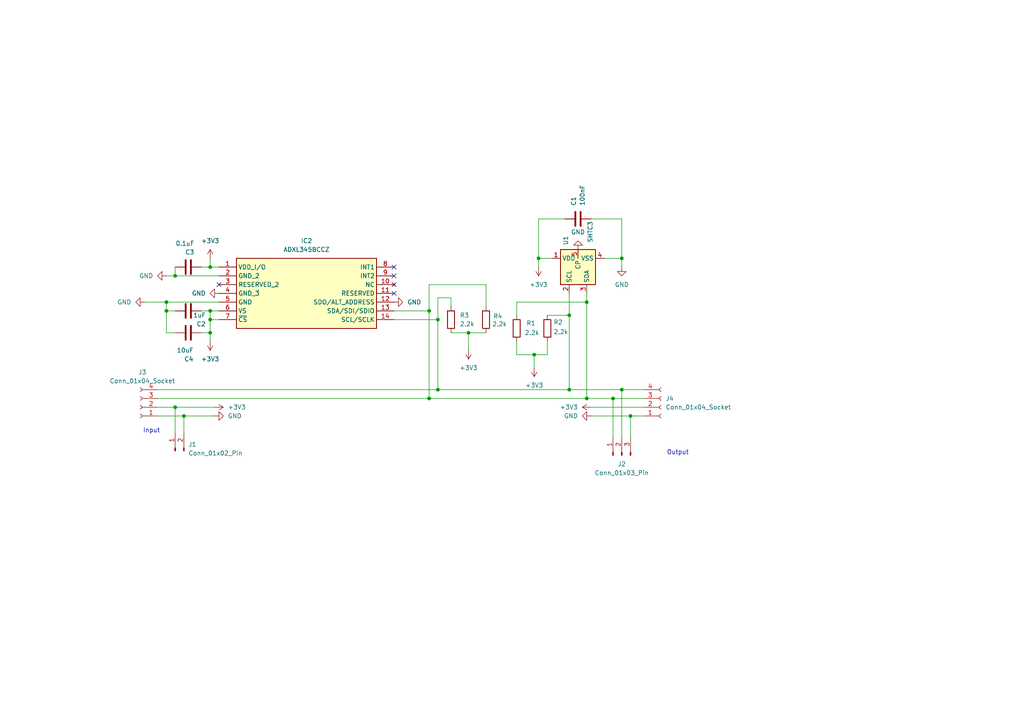
<source format=kicad_sch>
(kicad_sch (version 20250114) (generator "eeschema") (generator_version "9.0")
  (paper "A4")
  (lib_symbols
    (symbol "ADXL345BCCZ:ADXL345BCCZ"
      (property "Reference" "IC" (at 46.99 7.62 0))
      (property "Value" "ADXL345BCCZ" (at 46.99 5.08 0))
      (symbol "ADXL345BCCZ_1_1"
        (rectangle (start 5.08 2.54) (end 45.72 -17.78) (stroke (width 0.254)) (fill (type background)))
        (pin passive line (at 0 0 0) (length 5.08) (name "VDD_I/O") (number "1"))
        (pin passive line (at 0 -2.54 0) (length 5.08) (name "GND_2") (number "2"))
        (pin passive line (at 0 -5.08 0) (length 5.08) (name "RESERVED_2") (number "3"))
        (pin passive line (at 0 -7.62 0) (length 5.08) (name "GND_3") (number "4"))
        (pin passive line (at 0 -10.16 0) (length 5.08) (name "GND") (number "5"))
        (pin passive line (at 0 -12.7 0) (length 5.08) (name "VS") (number "6"))
        (pin passive line (at 0 -15.24 0) (length 5.08) (name "~{CS}") (number "7"))
        (pin passive line (at 50.8 0 180) (length 5.08) (name "INT1") (number "8"))
        (pin passive line (at 50.8 -2.54 180) (length 5.08) (name "INT2") (number "9"))
        (pin no_connect line (at 50.8 -5.08 180) (length 5.08) (name "NC") (number "10"))
        (pin passive line (at 50.8 -7.62 180) (length 5.08) (name "RESERVED") (number "11"))
        (pin passive line (at 50.8 -10.16 180) (length 5.08) (name "SDO/ALT_ADDRESS") (number "12"))
        (pin passive line (at 50.8 -12.7 180) (length 5.08) (name "SDA/SDI/SDIO") (number "13"))
        (pin passive line (at 50.8 -15.24 180) (length 5.08) (name "SCL/SCLK") (number "14"))
      )
    )
    (symbol "Conn_01x04_Socket_1" (pin_names (offset 1.016) (hide yes))
      (property "Reference" "J4" (at 1.27 0.0001 0))
      (property "Value" "Conn_01x04_Socket" (at 1.27 -2.5399 0))
      (symbol "Conn_01x04_Socket_1_1_1"
        (polyline (pts (xy -1.27 2.54) (xy -0.508 2.54)) (stroke (width 0.1524)))
        (polyline (pts (xy -1.27 0) (xy -0.508 0)) (stroke (width 0.1524)))
        (polyline (pts (xy -1.27 -2.54) (xy -0.508 -2.54)) (stroke (width 0.1524)))
        (polyline (pts (xy -1.27 -5.08) (xy -0.508 -5.08)) (stroke (width 0.1524)))
        (arc (start 0 2.032) (mid -0.5058 2.54) (end 0 3.048) (stroke (width 0.1524)))
        (arc (start 0 -0.508) (mid -0.5058 0) (end 0 0.508) (stroke (width 0.1524)))
        (arc (start 0 -3.048) (mid -0.5058 -2.54) (end 0 -2.032) (stroke (width 0.1524)))
        (arc (start 0 -5.588) (mid -0.5058 -5.08) (end 0 -4.572) (stroke (width 0.1524)))
        (pin passive line (at -5.08 2.54 0) (length 3.81) (name "Pin_4") (number "4"))
        (pin passive line (at -5.08 0 0) (length 3.81) (name "Pin_3") (number "3"))
        (pin passive line (at -5.08 -2.54 0) (length 3.81) (name "Pin_2") (number "2"))
        (pin passive line (at -5.08 -5.08 0) (length 3.81) (name "Pin_1") (number "1"))
      )
    )
    (symbol "Connector:Conn_01x02_Pin" (pin_names (offset 1.016) (hide yes))
      (property "Reference" "J" (at 0 2.54 0))
      (property "Value" "Conn_01x02_Pin" (at 0 -5.08 0))
      (symbol "Conn_01x02_Pin_1_1"
        (rectangle (start 0.8636 0.127) (end 0 -0.127) (stroke (width 0.1524)) (fill (type outline)))
        (rectangle (start 0.8636 -2.413) (end 0 -2.667) (stroke (width 0.1524)) (fill (type outline)))
        (polyline (pts (xy 1.27 0) (xy 0.8636 0)) (stroke (width 0.1524)))
        (polyline (pts (xy 1.27 -2.54) (xy 0.8636 -2.54)) (stroke (width 0.1524)))
        (pin passive line (at 5.08 0 180) (length 3.81) (name "Pin_1") (number "1"))
        (pin passive line (at 5.08 -2.54 180) (length 3.81) (name "Pin_2") (number "2"))
      )
    )
    (symbol "Connector:Conn_01x03_Pin" (pin_names (offset 1.016) (hide yes))
      (property "Reference" "J" (at 0 5.08 0))
      (property "Value" "Conn_01x03_Pin" (at 0 -5.08 0))
      (symbol "Conn_01x03_Pin_1_1"
        (rectangle (start 0.8636 2.667) (end 0 2.413) (stroke (width 0.1524)) (fill (type outline)))
        (rectangle (start 0.8636 0.127) (end 0 -0.127) (stroke (width 0.1524)) (fill (type outline)))
        (rectangle (start 0.8636 -2.413) (end 0 -2.667) (stroke (width 0.1524)) (fill (type outline)))
        (polyline (pts (xy 1.27 2.54) (xy 0.8636 2.54)) (stroke (width 0.1524)))
        (polyline (pts (xy 1.27 0) (xy 0.8636 0)) (stroke (width 0.1524)))
        (polyline (pts (xy 1.27 -2.54) (xy 0.8636 -2.54)) (stroke (width 0.1524)))
        (pin passive line (at 5.08 2.54 180) (length 3.81) (name "Pin_1") (number "1"))
        (pin passive line (at 5.08 0 180) (length 3.81) (name "Pin_2") (number "2"))
        (pin passive line (at 5.08 -2.54 180) (length 3.81) (name "Pin_3") (number "3"))
      )
    )
    (symbol "Connector:Conn_01x04_Socket" (pin_names (offset 1.016) (hide yes))
      (property "Reference" "J" (at 0 5.08 0))
      (property "Value" "Conn_01x04_Socket" (at 0 -7.62 0))
      (symbol "Conn_01x04_Socket_1_1"
        (polyline (pts (xy -1.27 2.54) (xy -0.508 2.54)) (stroke (width 0.1524)))
        (polyline (pts (xy -1.27 0) (xy -0.508 0)) (stroke (width 0.1524)))
        (polyline (pts (xy -1.27 -2.54) (xy -0.508 -2.54)) (stroke (width 0.1524)))
        (polyline (pts (xy -1.27 -5.08) (xy -0.508 -5.08)) (stroke (width 0.1524)))
        (arc (start 0 2.032) (mid -0.5058 2.54) (end 0 3.048) (stroke (width 0.1524)))
        (arc (start 0 -0.508) (mid -0.5058 0) (end 0 0.508) (stroke (width 0.1524)))
        (arc (start 0 -3.048) (mid -0.5058 -2.54) (end 0 -2.032) (stroke (width 0.1524)))
        (arc (start 0 -5.588) (mid -0.5058 -5.08) (end 0 -4.572) (stroke (width 0.1524)))
        (pin passive line (at -5.08 2.54 0) (length 3.81) (name "Pin_1") (number "1"))
        (pin passive line (at -5.08 0 0) (length 3.81) (name "Pin_2") (number "2"))
        (pin passive line (at -5.08 -2.54 0) (length 3.81) (name "Pin_3") (number "3"))
        (pin passive line (at -5.08 -5.08 0) (length 3.81) (name "Pin_4") (number "4"))
      )
    )
    (symbol "Device:C" (pin_numbers (hide yes)) (pin_names (offset 0.254))
      (property "Reference" "C" (at 0.635 2.54 0))
      (property "Value" "C" (at 0.635 -2.54 0))
      (symbol "C_0_1"
        (polyline (pts (xy -2.032 0.762) (xy 2.032 0.762)) (stroke (width 0.508)))
        (polyline (pts (xy -2.032 -0.762) (xy 2.032 -0.762)) (stroke (width 0.508)))
      )
      (symbol "C_1_1"
        (pin passive line (at 0 3.81 270) (length 2.794) (name "~") (number "1"))
        (pin passive line (at 0 -3.81 90) (length 2.794) (name "~") (number "2"))
      )
    )
    (symbol "Device:R" (pin_numbers (hide yes)) (pin_names (offset 0))
      (property "Reference" "R" (at 2.032 0 90))
      (property "Value" "R" (at 0 0 90))
      (symbol "R_0_1"
        (rectangle (start -1.016 -2.54) (end 1.016 2.54) (stroke (width 0.254)))
      )
      (symbol "R_1_1"
        (pin passive line (at 0 3.81 270) (length 1.27) (name "~") (number "1"))
        (pin passive line (at 0 -3.81 90) (length 1.27) (name "~") (number "2"))
      )
    )
    (symbol "Sensor_Humidity:SHTC3"
      (property "Reference" "U1" (at 6.35 3.556 0))
      (property "Value" "SHTC3" (at 7.112 -3.556 0))
      (symbol "SHTC3_1_1"
        (rectangle (start -5.08 5.08) (end 5.08 -5.08) (stroke (width 0.254)) (fill (type background)))
        (pin input line (at -7.62 2.54 0) (length 2.54) (name "SCL") (number "2"))
        (pin bidirectional line (at -7.62 -2.54 0) (length 2.54) (name "SDA") (number "3"))
        (pin power_in line (at 2.54 7.62 270) (length 2.54) (name "VDD") (number "1"))
        (pin power_in line (at 2.54 -7.62 90) (length 2.54) (name "VSS") (number "4"))
        (pin bidirectional line (at 5.08 0 180) (length 2.54) (name "CP") (number "5"))
      )
    )
    (symbol "power:+3V3" (power) (pin_numbers (hide yes)) (pin_names (offset 0) (hide yes))
      (property "Value" "+3V3" (at 0 3.556 0))
      (symbol "+3V3_0_1"
        (polyline (pts (xy -0.762 1.27) (xy 0 2.54)))
        (polyline (pts (xy 0 2.54) (xy 0.762 1.27)))
        (polyline (pts (xy 0 0) (xy 0 2.54)))
      )
      (symbol "+3V3_1_1"
        (pin power_in line (at 0 0 90) (length 0) (name "~") (number "1"))
      )
    )
    (symbol "power:GND" (power) (pin_numbers (hide yes)) (pin_names (offset 0) (hide yes))
      (property "Value" "GND" (at 0 -3.81 0))
      (symbol "GND_0_1"
        (polyline (pts (xy 0 0) (xy 0 -1.27) (xy 1.27 -1.27) (xy 0 -2.54) (xy -1.27 -1.27) (xy 0 -1.27)))
      )
      (symbol "GND_1_1"
        (pin power_in line (at 0 0 270) (length 0) (name "~") (number "1"))
      )
    )
  )
  (text "Output\n" (at 196.596 131.318 0) (effects (font (size 1.27 1.27))))
  (text "Input\n" (at 43.942 124.968 0) (effects (font (size 1.27 1.27))))
  (junction (at 60.96 92.71))
  (junction (at 53.34 120.65))
  (junction (at 135.89 96.52))
  (junction (at 170.18 87.63))
  (junction (at 60.96 77.47))
  (junction (at 127 113.03))
  (junction (at 50.8 80.01))
  (junction (at 60.96 96.52))
  (junction (at 154.94 102.87))
  (junction (at 177.8 115.57))
  (junction (at 50.8 118.11))
  (junction (at 127 92.71))
  (junction (at 48.26 87.63))
  (junction (at 180.34 113.03))
  (junction (at 165.1 91.44))
  (junction (at 60.96 90.17))
  (junction (at 124.46 115.57))
  (junction (at 156.21 74.93))
  (junction (at 170.18 115.57))
  (junction (at 180.34 74.93))
  (junction (at 48.26 90.17))
  (junction (at 165.1 113.03))
  (junction (at 124.46 90.17))
  (junction (at 182.88 120.65))
  (no_connect (at 114.3 77.47))
  (no_connect (at 63.5 82.55))
  (no_connect (at 114.3 80.01))
  (no_connect (at 114.3 82.55))
  (no_connect (at 114.3 85.09))
  (wire (pts (xy 170.18 87.63) (xy 170.18 115.57)))
  (wire (pts (xy 170.18 85.09) (xy 170.18 87.63)))
  (wire (pts (xy 158.75 99.06) (xy 158.75 102.87)))
  (wire (pts (xy 154.94 102.87) (xy 158.75 102.87)))
  (wire (pts (xy 156.21 74.93) (xy 156.21 63.5)))
  (wire (pts (xy 130.81 96.52) (xy 135.89 96.52)))
  (wire (pts (xy 171.45 63.5) (xy 180.34 63.5)))
  (wire (pts (xy 50.8 80.01) (xy 63.5 80.01)))
  (wire (pts (xy 180.34 113.03) (xy 180.34 127)))
  (wire (pts (xy 50.8 77.47) (xy 50.8 80.01)))
  (wire (pts (xy 114.3 90.17) (xy 124.46 90.17)))
  (wire (pts (xy 165.1 113.03) (xy 180.34 113.03)))
  (wire (pts (xy 135.89 96.52) (xy 140.97 96.52)))
  (wire (pts (xy 170.18 115.57) (xy 177.8 115.57)))
  (wire (pts (xy 45.72 118.11) (xy 50.8 118.11)))
  (wire (pts (xy 45.72 113.03) (xy 127 113.03)))
  (wire (pts (xy 180.34 74.93) (xy 180.34 77.47)))
  (wire (pts (xy 114.3 92.71) (xy 127 92.71)))
  (wire (pts (xy 45.72 115.57) (xy 124.46 115.57)))
  (wire (pts (xy 154.94 102.87) (xy 154.94 106.68)))
  (wire (pts (xy 171.45 120.65) (xy 182.88 120.65)))
  (wire (pts (xy 180.34 113.03) (xy 186.69 113.03)))
  (wire (pts (xy 149.86 99.06) (xy 149.86 102.87)))
  (wire (pts (xy 149.86 87.63) (xy 170.18 87.63)))
  (wire (pts (xy 149.86 91.44) (xy 149.86 87.63)))
  (wire (pts (xy 63.5 92.71) (xy 60.96 92.71)))
  (wire (pts (xy 58.42 96.52) (xy 60.96 96.52)))
  (wire (pts (xy 135.89 96.52) (xy 135.89 101.6)))
  (wire (pts (xy 48.26 87.63) (xy 48.26 90.17)))
  (wire (pts (xy 182.88 120.65) (xy 182.88 127)))
  (wire (pts (xy 50.8 118.11) (xy 50.8 125.73)))
  (wire (pts (xy 53.34 120.65) (xy 53.34 125.73)))
  (wire (pts (xy 50.8 96.52) (xy 48.26 96.52)))
  (wire (pts (xy 58.42 90.17) (xy 60.96 90.17)))
  (wire (pts (xy 48.26 80.01) (xy 50.8 80.01)))
  (wire (pts (xy 180.34 63.5) (xy 180.34 74.93)))
  (wire (pts (xy 156.21 77.47) (xy 156.21 74.93)))
  (wire (pts (xy 60.96 74.93) (xy 60.96 77.47)))
  (wire (pts (xy 149.86 102.87) (xy 154.94 102.87)))
  (wire (pts (xy 140.97 82.55) (xy 124.46 82.55)))
  (wire (pts (xy 171.45 118.11) (xy 186.69 118.11)))
  (wire (pts (xy 130.81 86.36) (xy 127 86.36)))
  (wire (pts (xy 45.72 120.65) (xy 53.34 120.65)))
  (wire (pts (xy 156.21 63.5) (xy 163.83 63.5)))
  (wire (pts (xy 60.96 92.71) (xy 60.96 96.52)))
  (wire (pts (xy 124.46 82.55) (xy 124.46 90.17)))
  (wire (pts (xy 124.46 115.57) (xy 170.18 115.57)))
  (wire (pts (xy 140.97 82.55) (xy 140.97 88.9)))
  (wire (pts (xy 53.34 120.65) (xy 62.23 120.65)))
  (wire (pts (xy 165.1 85.09) (xy 165.1 91.44)))
  (wire (pts (xy 127 86.36) (xy 127 92.71)))
  (wire (pts (xy 182.88 120.65) (xy 186.69 120.65)))
  (wire (pts (xy 48.26 90.17) (xy 48.26 96.52)))
  (wire (pts (xy 60.96 77.47) (xy 63.5 77.47)))
  (wire (pts (xy 48.26 87.63) (xy 63.5 87.63)))
  (wire (pts (xy 127 92.71) (xy 127 113.03)))
  (wire (pts (xy 60.96 96.52) (xy 60.96 99.06)))
  (wire (pts (xy 50.8 90.17) (xy 48.26 90.17)))
  (wire (pts (xy 63.5 90.17) (xy 60.96 90.17)))
  (wire (pts (xy 156.21 74.93) (xy 160.02 74.93)))
  (wire (pts (xy 58.42 77.47) (xy 60.96 77.47)))
  (wire (pts (xy 50.8 118.11) (xy 62.23 118.11)))
  (wire (pts (xy 165.1 91.44) (xy 165.1 113.03)))
  (wire (pts (xy 127 113.03) (xy 165.1 113.03)))
  (wire (pts (xy 175.26 74.93) (xy 180.34 74.93)))
  (wire (pts (xy 177.8 115.57) (xy 186.69 115.57)))
  (wire (pts (xy 41.91 87.63) (xy 48.26 87.63)))
  (wire (pts (xy 158.75 91.44) (xy 165.1 91.44)))
  (wire (pts (xy 60.96 90.17) (xy 60.96 92.71)))
  (wire (pts (xy 177.8 115.57) (xy 177.8 127)))
  (wire (pts (xy 124.46 90.17) (xy 124.46 115.57)))
  (wire (pts (xy 130.81 88.9) (xy 130.81 86.36)))
  (symbol (lib_id "power:+3V3") (at 62.23 118.11 270) (unit 1)
    (property "Reference" "#PWR07" (effects (hide yes)))
    (property "Value" "+3V3" (at 66.04 118.1099 90) (effects (justify left)))
    (property "Description" "Power symbol creates a global label with name \"+3V3\"" (effects (hide yes)))
  )
  (symbol (lib_id "ADXL345BCCZ:ADXL345BCCZ") (at 63.5 77.47 0) (unit 1)
    (property "Reference" "IC2" (at 88.9 69.85 0))
    (property "Value" "ADXL345BCCZ" (at 88.9 72.39 0))
    (property "Footprint" "Library:LGA14R80P3X6_300X500X100" (effects (hide yes)))
    (property "Datasheet" "http://componentsearchengine.com/Datasheets/1/ADXL345BCCZ.pdf" (effects (hide yes)))
    (property "Description" "ADXL345BCCZ, Accelerometer 3-Axis, 0.1  3200 Hz 2  3.6 V, 14-Pin LGA" (effects (hide yes)))
    (property "Mouser Part Number" "N/A" (effects (hide yes)))
    (property "Mouser Price/Stock" "https://www.mouser.co.uk/ProductDetail/Analog-Devices/ADXL345BCCZ?qs=WIvQP4zGanhoa7YOkGtvEg%3D%3D" (effects (hide yes)))
    (property "Manufacturer_Name" "Analog Devices" (effects (hide yes)))
    (property "Manufacturer_Part_Number" "ADXL345BCCZ" (effects (hide yes)))
  )
  (symbol (lib_id "Connector:Conn_01x04_Socket") (at 40.64 118.11 180) (unit 1)
    (property "Reference" "J3" (at 41.275 107.95 0))
    (property "Value" "Conn_01x04_Socket" (at 41.275 110.49 0))
    (property "Footprint" "Connector_JST:JST_EH_B4B-EH-A_1x04_P2.50mm_Vertical" (effects (hide yes)))
    (property "Description" "Generic connector, single row, 01x04, script generated" (effects (hide yes)))
  )
  (symbol (lib_id "Device:R") (at 140.97 92.71 0) (unit 1)
    (property "Reference" "R4" (at 143.002 91.694 0) (effects (justify left)))
    (property "Value" "2.2k" (at 142.748 93.98 0) (effects (justify left)))
    (property "Footprint" "Resistor_SMD:R_1206_3216Metric" (effects (hide yes)))
    (property "Description" "Resistor" (effects (hide yes)))
  )
  (symbol (lib_id "power:GND") (at 180.34 77.47 0) (unit 1)
    (property "Reference" "#PWR04" (effects (hide yes)))
    (property "Value" "GND" (at 180.34 82.55 0))
    (property "Description" "Power symbol creates a global label with name \"GND\" , ground" (effects (hide yes)))
  )
  (symbol (lib_id "Device:R") (at 158.75 95.25 0) (unit 1)
    (property "Reference" "R2" (at 160.528 93.472 0) (effects (justify left)))
    (property "Value" "2.2k" (at 160.528 96.266 0) (effects (justify left)))
    (property "Footprint" "Resistor_SMD:R_1206_3216Metric" (effects (hide yes)))
    (property "Description" "Resistor" (effects (hide yes)))
  )
  (symbol (lib_id "Device:C") (at 54.61 96.52 90) (unit 1)
    (property "Reference" "C4" (at 56.134 104.14 90) (effects (justify left)))
    (property "Value" "10uF" (at 56.134 101.6 90) (effects (justify left)))
    (property "Footprint" "Capacitor_SMD:C_1206_3216Metric" (effects (hide yes)))
    (property "Description" "Ceramic capacitor" (effects (hide yes)))
  )
  (symbol (lib_id "power:+3V3") (at 60.96 74.93 0) (unit 1)
    (property "Reference" "#PWR01" (effects (hide yes)))
    (property "Value" "+3V3" (at 60.96 69.85 0))
    (property "Description" "Power symbol creates a global label with name \"+3V3\"" (effects (hide yes)))
  )
  (symbol (lib_id "power:GND") (at 41.91 87.63 270) (unit 1)
    (property "Reference" "#PWR019" (effects (hide yes)))
    (property "Value" "GND" (at 38.1 87.6299 90) (effects (justify right)))
    (property "Description" "Power symbol creates a global label with name \"GND\" , ground" (effects (hide yes)))
  )
  (symbol (lib_id "power:+3V3") (at 135.89 101.6 180) (unit 1)
    (property "Reference" "#PWR06" (effects (hide yes)))
    (property "Value" "+3V3" (at 135.89 106.68 0))
    (property "Description" "Power symbol creates a global label with name \"+3V3\"" (effects (hide yes)))
  )
  (symbol (lib_id "power:GND") (at 62.23 120.65 90) (unit 1)
    (property "Reference" "#PWR02" (effects (hide yes)))
    (property "Value" "GND" (at 66.04 120.6499 90) (effects (justify right)))
    (property "Description" "Power symbol creates a global label with name \"GND\" , ground" (effects (hide yes)))
  )
  (symbol (lib_id "power:GND") (at 63.5 85.09 270) (unit 1)
    (property "Reference" "#PWR018" (effects (hide yes)))
    (property "Value" "GND" (at 59.69 85.0899 90) (effects (justify right)))
    (property "Description" "Power symbol creates a global label with name \"GND\" , ground" (effects (hide yes)))
  )
  (symbol (lib_id "power:GND") (at 48.26 80.01 270) (unit 1)
    (property "Reference" "#PWR017" (effects (hide yes)))
    (property "Value" "GND" (at 44.45 80.0099 90) (effects (justify right)))
    (property "Description" "Power symbol creates a global label with name \"GND\" , ground" (effects (hide yes)))
  )
  (symbol (lib_id "Connector:Conn_01x02_Pin") (at 50.8 130.81 90) (unit 1)
    (property "Reference" "J1" (at 54.61 128.9049 90) (effects (justify right)))
    (property "Value" "Conn_01x02_Pin" (at 54.61 131.4449 90) (effects (justify right)))
    (property "Description" "Generic connector, single row, 01x02, script generated" (effects (hide yes)))
  )
  (symbol (lib_id "Device:C") (at 54.61 90.17 90) (unit 1)
    (property "Reference" "C2" (at 59.69 93.98 90) (effects (justify left)))
    (property "Value" "1uF" (at 59.69 91.44 90) (effects (justify left)))
    (property "Footprint" "Capacitor_SMD:C_1206_3216Metric" (effects (hide yes)))
    (property "Description" "Ceramic capacitor" (effects (hide yes)))
  )
  (symbol (lib_id "power:+3V3") (at 156.21 77.47 180) (unit 1)
    (property "Reference" "#PWR011" (effects (hide yes)))
    (property "Value" "+3V3" (at 156.21 82.55 0))
    (property "Description" "Power symbol creates a global label with name \"+3V3\"" (effects (hide yes)))
  )
  (symbol (lib_id "Device:C") (at 54.61 77.47 90) (unit 1)
    (property "Reference" "C3" (at 56.388 73.152 90) (effects (justify left)))
    (property "Value" "0.1uF" (at 56.388 70.612 90) (effects (justify left)))
    (property "Footprint" "Capacitor_SMD:C_1206_3216Metric" (effects (hide yes)))
    (property "Description" "Ceramic capacitor" (effects (hide yes)))
  )
  (symbol (lib_id "Device:C") (at 167.64 63.5 90) (unit 1)
    (property "Reference" "C1" (at 166.3699 59.69 0) (effects (justify left)))
    (property "Value" "100nF" (at 168.9099 59.69 0) (effects (justify left)))
    (property "Footprint" "Capacitor_SMD:C_1206_3216Metric" (effects (hide yes)))
    (property "Description" "Unpolarized capacitor" (effects (hide yes)))
  )
  (symbol (lib_id "power:GND") (at 171.45 120.65 270) (unit 1)
    (property "Reference" "#PWR03" (effects (hide yes)))
    (property "Value" "GND" (at 167.64 120.6499 90) (effects (justify right)))
    (property "Description" "Power symbol creates a global label with name \"GND\" , ground" (effects (hide yes)))
  )
  (symbol (lib_id "Connector:Conn_01x03_Pin") (at 180.34 132.08 90) (unit 1)
    (property "Reference" "J2" (at 180.34 134.62 90))
    (property "Value" "Conn_01x03_Pin" (at 180.34 137.16 90))
    (property "Description" "Generic connector, single row, 01x03, script generated" (effects (hide yes)))
  )
  (symbol (lib_id "Device:R") (at 149.86 95.25 0) (unit 1)
    (property "Reference" "R1" (at 152.654 93.726 0) (effects (justify left)))
    (property "Value" "2.2k" (at 152.146 96.52 0) (effects (justify left)))
    (property "Footprint" "Resistor_SMD:R_1206_3216Metric" (effects (hide yes)))
    (property "Description" "Resistor" (effects (hide yes)))
  )
  (symbol (lib_id "power:GND") (at 167.64 72.39 180) (unit 1)
    (property "Reference" "#PWR016" (effects (hide yes)))
    (property "Value" "GND" (at 167.64 67.31 0))
    (property "Description" "Power symbol creates a global label with name \"GND\" , ground" (effects (hide yes)))
  )
  (symbol (lib_id "Sensor_Humidity:SHTC3") (at 167.64 77.47 90) (unit 1)
    (property "Reference" "U1" (at 164.084 71.12 0) (effects (justify left)))
    (property "Value" "SHTC3" (at 171.196 70.358 0) (effects (justify left)))
    (property "Footprint" "Sensor_Humidity:Sensirion_DFN-4-1EP_2x2mm_P1mm_EP0.7x1.6mm" (effects (hide yes)))
    (property "Datasheet" "https://www.sensirion.com/fileadmin/user_upload/customers/sensirion/Dokumente/0_Datasheets/Humidity/Sensirion_Humidity_Sensors_SHTC3_Datasheet.pdf" (effects (hide yes)))
    (property "Description" "Humidity and Temperature Sensor, ±2%RH, ±0.2°C, I2C, 1.62-3.6V, DFN-4" (effects (hide yes)))
  )
  (symbol (lib_id "Device:R") (at 130.81 92.71 0) (unit 1)
    (property "Reference" "R3" (at 133.35 91.4399 0) (effects (justify left)))
    (property "Value" "2.2k" (at 133.35 93.9799 0) (effects (justify left)))
    (property "Footprint" "Resistor_SMD:R_1206_3216Metric" (effects (hide yes)))
    (property "Description" "Resistor" (effects (hide yes)))
  )
  (symbol (lib_id "power:+3V3") (at 171.45 118.11 90) (unit 1)
    (property "Reference" "#PWR08" (effects (hide yes)))
    (property "Value" "+3V3" (at 167.64 118.1099 90) (effects (justify left)))
    (property "Description" "Power symbol creates a global label with name \"+3V3\"" (effects (hide yes)))
  )
  (symbol (lib_id "power:GND") (at 114.3 87.63 90) (unit 1)
    (property "Reference" "#PWR020" (effects (hide yes)))
    (property "Value" "GND" (at 118.11 87.6299 90) (effects (justify right)))
    (property "Description" "Power symbol creates a global label with name \"GND\" , ground" (effects (hide yes)))
  )
  (symbol (lib_id "power:+3V3") (at 154.94 106.68 180) (unit 1)
    (property "Reference" "#PWR09" (effects (hide yes)))
    (property "Value" "+3V3" (at 154.94 111.76 0))
    (property "Description" "Power symbol creates a global label with name \"+3V3\"" (effects (hide yes)))
  )
  (symbol (lib_name "Conn_01x04_Socket_1") (lib_id "Connector:Conn_01x04_Socket") (at 191.77 115.57 0) (unit 1)
    (property "Reference" "J4" (at 193.04 115.5699 0) (effects (justify left)))
    (property "Value" "Conn_01x04_Socket" (at 193.04 118.1099 0) (effects (justify left)))
    (property "Footprint" "Connector_JST:JST_EH_B4B-EH-A_1x04_P2.50mm_Vertical" (effects (hide yes)))
    (property "Description" "Generic connector, single row, 01x04, script generated" (effects (hide yes)))
  )
  (symbol (lib_id "power:+3V3") (at 60.96 99.06 180) (unit 1)
    (property "Reference" "#PWR05" (effects (hide yes)))
    (property "Value" "+3V3" (at 60.96 104.14 0))
    (property "Description" "Power symbol creates a global label with name \"+3V3\"" (effects (hide yes)))
  )
)
</source>
